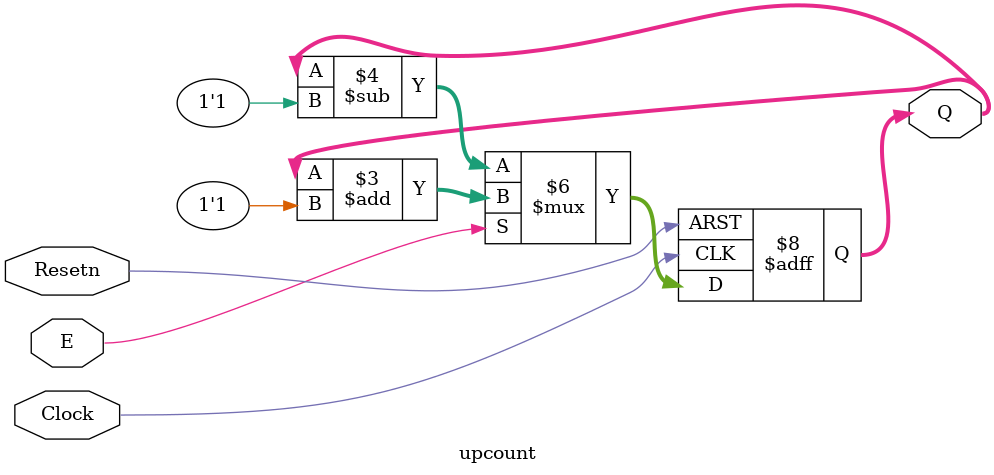
<source format=v>
module upcount(Resetn, Clock, E, Q);
input Resetn, Clock, E;
output reg [3:0] Q;
always @(negedge Resetn, posedge Clock)
if (!Resetn)
Q <= 0;
else if (E)
Q <= Q + 1'b1;      
else
Q <= Q - 1'b1;
endmodule

</source>
